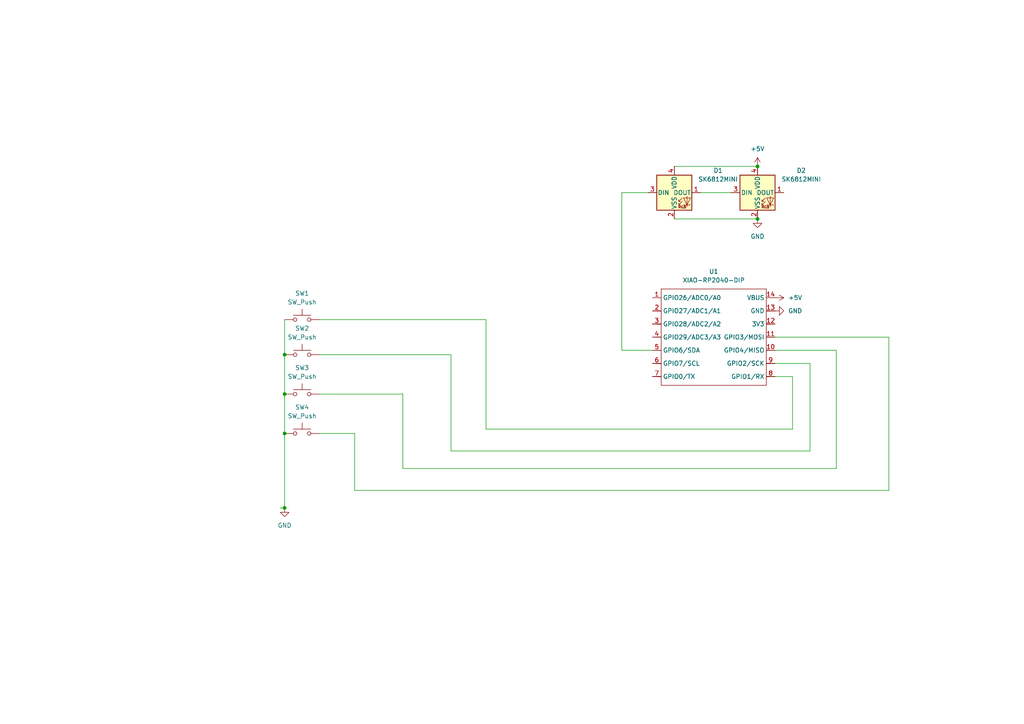
<source format=kicad_sch>
(kicad_sch (version 20250114) (generator "eeschema") (generator_version "9.0")
  (paper "A4")
  (lib_symbols
    (symbol "LED:SK6812MINI" (pin_names (offset 0.254))
      (property "Reference" "D" (at 5.08 5.715 0))
      (property "Value" "SK6812MINI" (at 1.27 -5.715 0))
      (symbol "SK6812MINI_0_0"
        (text "RGB" (at 2.286 -4.191 0) (effects (font (size 0.762 0.762))))
      )
      (symbol "SK6812MINI_0_1"
        (polyline (pts (xy 1.27 -2.54) (xy 1.778 -2.54)))
        (polyline (pts (xy 1.27 -3.556) (xy 1.778 -3.556)))
        (polyline (pts (xy 2.286 -1.524) (xy 1.27 -2.54) (xy 1.27 -2.032)))
        (polyline (pts (xy 2.286 -2.54) (xy 1.27 -3.556) (xy 1.27 -3.048)))
        (polyline (pts (xy 3.683 -1.016) (xy 3.683 -3.556) (xy 3.683 -4.064)))
        (polyline (pts (xy 4.699 -1.524) (xy 2.667 -1.524) (xy 3.683 -3.556) (xy 4.699 -1.524)))
        (polyline (pts (xy 4.699 -3.556) (xy 2.667 -3.556)))
        (rectangle (start 5.08 5.08) (end -5.08 -5.08) (stroke (width 0.254)) (fill (type background)))
      )
      (symbol "SK6812MINI_1_1"
        (pin input line (at -7.62 0 0) (length 2.54) (name "DIN") (number "3"))
        (pin power_in line (at 0 7.62 270) (length 2.54) (name "VDD") (number "4"))
        (pin power_in line (at 0 -7.62 90) (length 2.54) (name "VSS") (number "2"))
        (pin output line (at 7.62 0 180) (length 2.54) (name "DOUT") (number "1"))
      )
    )
    (symbol "OPL:XIAO-RP2040-DIP"
      (property "Reference" "U" (at 0 0 0))
      (property "Value" "XIAO-RP2040-DIP" (at 5.334 -1.778 0))
      (symbol "XIAO-RP2040-DIP_1_0"
        (polyline (pts (xy -1.27 -2.54) (xy 29.21 -2.54)) (stroke (width 0.1524)))
        (polyline (pts (xy -1.27 -5.08) (xy -2.54 -5.08)) (stroke (width 0.1524)))
        (polyline (pts (xy -1.27 -5.08) (xy -1.27 -2.54)) (stroke (width 0.1524)))
        (polyline (pts (xy -1.27 -8.89) (xy -2.54 -8.89)) (stroke (width 0.1524)))
        (polyline (pts (xy -1.27 -8.89) (xy -1.27 -5.08)) (stroke (width 0.1524)))
        (polyline (pts (xy -1.27 -12.7) (xy -2.54 -12.7)) (stroke (width 0.1524)))
        (polyline (pts (xy -1.27 -12.7) (xy -1.27 -8.89)) (stroke (width 0.1524)))
        (polyline (pts (xy -1.27 -16.51) (xy -2.54 -16.51)) (stroke (width 0.1524)))
        (polyline (pts (xy -1.27 -16.51) (xy -1.27 -12.7)) (stroke (width 0.1524)))
        (polyline (pts (xy -1.27 -20.32) (xy -2.54 -20.32)) (stroke (width 0.1524)))
        (polyline (pts (xy -1.27 -24.13) (xy -2.54 -24.13)) (stroke (width 0.1524)))
        (polyline (pts (xy -1.27 -27.94) (xy -2.54 -27.94)) (stroke (width 0.1524)))
        (polyline (pts (xy -1.27 -30.48) (xy -1.27 -16.51)) (stroke (width 0.1524)))
        (polyline (pts (xy 29.21 -2.54) (xy 29.21 -5.08)) (stroke (width 0.1524)))
        (polyline (pts (xy 29.21 -5.08) (xy 29.21 -8.89)) (stroke (width 0.1524)))
        (polyline (pts (xy 29.21 -8.89) (xy 29.21 -12.7)) (stroke (width 0.1524)))
        (polyline (pts (xy 29.21 -12.7) (xy 29.21 -30.48)) (stroke (width 0.1524)))
        (polyline (pts (xy 29.21 -30.48) (xy -1.27 -30.48)) (stroke (width 0.1524)))
        (polyline (pts (xy 30.48 -5.08) (xy 29.21 -5.08)) (stroke (width 0.1524)))
        (polyline (pts (xy 30.48 -8.89) (xy 29.21 -8.89)) (stroke (width 0.1524)))
        (polyline (pts (xy 30.48 -12.7) (xy 29.21 -12.7)) (stroke (width 0.1524)))
        (polyline (pts (xy 30.48 -16.51) (xy 29.21 -16.51)) (stroke (width 0.1524)))
        (polyline (pts (xy 30.48 -20.32) (xy 29.21 -20.32)) (stroke (width 0.1524)))
        (polyline (pts (xy 30.48 -24.13) (xy 29.21 -24.13)) (stroke (width 0.1524)))
        (polyline (pts (xy 30.48 -27.94) (xy 29.21 -27.94)) (stroke (width 0.1524)))
        (pin passive line (at -3.81 -5.08 0) (length 2.54) (name "GPIO26/ADC0/A0") (number "1"))
        (pin passive line (at -3.81 -8.89 0) (length 2.54) (name "GPIO27/ADC1/A1") (number "2"))
        (pin passive line (at -3.81 -12.7 0) (length 2.54) (name "GPIO28/ADC2/A2") (number "3"))
        (pin passive line (at -3.81 -16.51 0) (length 2.54) (name "GPIO29/ADC3/A3") (number "4"))
        (pin passive line (at -3.81 -20.32 0) (length 2.54) (name "GPIO6/SDA") (number "5"))
        (pin passive line (at -3.81 -24.13 0) (length 2.54) (name "GPIO7/SCL") (number "6"))
        (pin passive line (at -3.81 -27.94 0) (length 2.54) (name "GPIO0/TX") (number "7"))
        (pin passive line (at 31.75 -5.08 180) (length 2.54) (name "VBUS") (number "14"))
        (pin passive line (at 31.75 -8.89 180) (length 2.54) (name "GND") (number "13"))
        (pin passive line (at 31.75 -12.7 180) (length 2.54) (name "3V3") (number "12"))
        (pin passive line (at 31.75 -16.51 180) (length 2.54) (name "GPIO3/MOSI") (number "11"))
        (pin passive line (at 31.75 -20.32 180) (length 2.54) (name "GPIO4/MISO") (number "10"))
        (pin passive line (at 31.75 -24.13 180) (length 2.54) (name "GPIO2/SCK") (number "9"))
        (pin passive line (at 31.75 -27.94 180) (length 2.54) (name "GPIO1/RX") (number "8"))
      )
    )
    (symbol "Switch:SW_Push" (pin_numbers (hide yes)) (pin_names (offset 1.016) (hide yes))
      (property "Reference" "SW" (at 1.27 2.54 0))
      (property "Value" "SW_Push" (at 0 -1.524 0))
      (symbol "SW_Push_0_1"
        (circle (center -2.032 0) (radius 0.508))
        (polyline (pts (xy 0 1.27) (xy 0 3.048)))
        (circle (center 2.032 0) (radius 0.508))
        (polyline (pts (xy 2.54 1.27) (xy -2.54 1.27)))
        (pin passive line (at -5.08 0 0) (length 2.54) (name "1") (number "1"))
        (pin passive line (at 5.08 0 180) (length 2.54) (name "2") (number "2"))
      )
    )
    (symbol "power:+5V" (power) (pin_numbers (hide yes)) (pin_names (offset 0) (hide yes))
      (property "Value" "+5V" (at 0 3.556 0))
      (symbol "+5V_0_1"
        (polyline (pts (xy -0.762 1.27) (xy 0 2.54)))
        (polyline (pts (xy 0 2.54) (xy 0.762 1.27)))
        (polyline (pts (xy 0 0) (xy 0 2.54)))
      )
      (symbol "+5V_1_1"
        (pin power_in line (at 0 0 90) (length 0) (name "~") (number "1"))
      )
    )
    (symbol "power:GND" (power) (pin_numbers (hide yes)) (pin_names (offset 0) (hide yes))
      (property "Value" "GND" (at 0 -3.81 0))
      (symbol "GND_0_1"
        (polyline (pts (xy 0 0) (xy 0 -1.27) (xy 1.27 -1.27) (xy 0 -2.54) (xy -1.27 -1.27) (xy 0 -1.27)))
      )
      (symbol "GND_1_1"
        (pin power_in line (at 0 0 270) (length 0) (name "~") (number "1"))
      )
    )
  )
  (junction (at 82.55 114.3))
  (junction (at 82.55 147.32))
  (junction (at 219.71 48.26))
  (junction (at 82.55 102.87))
  (junction (at 219.71 63.5))
  (junction (at 82.55 125.73))
  (wire (pts (xy 130.81 102.87) (xy 130.81 130.81)))
  (wire (pts (xy 102.87 125.73) (xy 92.71 125.73)))
  (wire (pts (xy 195.58 48.26) (xy 219.71 48.26)))
  (wire (pts (xy 187.96 55.88) (xy 180.34 55.88)))
  (wire (pts (xy 203.2 55.88) (xy 212.09 55.88)))
  (wire (pts (xy 257.81 97.79) (xy 224.79 97.79)))
  (wire (pts (xy 140.97 92.71) (xy 140.97 124.46)))
  (wire (pts (xy 180.34 55.88) (xy 180.34 101.6)))
  (wire (pts (xy 242.57 135.89) (xy 242.57 101.6)))
  (wire (pts (xy 92.71 92.71) (xy 140.97 92.71)))
  (wire (pts (xy 82.55 114.3) (xy 82.55 125.73)))
  (wire (pts (xy 82.55 92.71) (xy 82.55 102.87)))
  (wire (pts (xy 130.81 130.81) (xy 234.95 130.81)))
  (wire (pts (xy 224.79 101.6) (xy 242.57 101.6)))
  (wire (pts (xy 116.84 135.89) (xy 242.57 135.89)))
  (wire (pts (xy 195.58 63.5) (xy 219.71 63.5)))
  (wire (pts (xy 82.55 125.73) (xy 82.55 147.32)))
  (wire (pts (xy 229.87 124.46) (xy 229.87 109.22)))
  (wire (pts (xy 224.79 105.41) (xy 234.95 105.41)))
  (wire (pts (xy 102.87 142.24) (xy 257.81 142.24)))
  (wire (pts (xy 92.71 114.3) (xy 116.84 114.3)))
  (wire (pts (xy 257.81 142.24) (xy 257.81 97.79)))
  (wire (pts (xy 140.97 124.46) (xy 229.87 124.46)))
  (wire (pts (xy 234.95 130.81) (xy 234.95 105.41)))
  (wire (pts (xy 180.34 101.6) (xy 189.23 101.6)))
  (wire (pts (xy 81.28 147.32) (xy 82.55 147.32)))
  (wire (pts (xy 92.71 102.87) (xy 130.81 102.87)))
  (wire (pts (xy 102.87 125.73) (xy 102.87 142.24)))
  (wire (pts (xy 82.55 102.87) (xy 82.55 114.3)))
  (wire (pts (xy 229.87 109.22) (xy 224.79 109.22)))
  (wire (pts (xy 116.84 114.3) (xy 116.84 135.89)))
  (symbol (lib_id "power:GND") (at 219.71 63.5 0) (unit 1)
    (property "Reference" "#PWR05" (effects (hide yes)))
    (property "Value" "GND" (at 219.71 68.58 0))
    (property "Description" "Power symbol creates a global label with name \"GND\" , ground" (effects (hide yes)))
  )
  (symbol (lib_id "Switch:SW_Push") (at 87.63 125.73 0) (unit 1)
    (property "Reference" "SW4" (at 87.63 118.11 0))
    (property "Value" "SW_Push" (at 87.63 120.65 0))
    (property "Footprint" "Button_Switch_Keyboard:SW_Cherry_MX_1.00u_PCB" (effects (hide yes)))
    (property "Description" "Push button switch, generic, two pins" (effects (hide yes)))
  )
  (symbol (lib_id "LED:SK6812MINI") (at 195.58 55.88 0) (unit 1)
    (property "Reference" "D1" (at 208.28 49.4598 0))
    (property "Value" "SK6812MINI" (at 208.28 51.9998 0))
    (property "Footprint" "LED_SMD:LED_SK6812MINI_PLCC4_3.5x3.5mm_P1.75mm" (effects (hide yes)))
    (property "Datasheet" "https://cdn-shop.adafruit.com/product-files/2686/SK6812MINI_REV.01-1-2.pdf" (effects (hide yes)))
    (property "Description" "RGB LED with integrated controller" (effects (hide yes)))
  )
  (symbol (lib_id "LED:SK6812MINI") (at 219.71 55.88 0) (unit 1)
    (property "Reference" "D2" (at 232.41 49.4598 0))
    (property "Value" "SK6812MINI" (at 232.41 51.9998 0))
    (property "Footprint" "LED_SMD:LED_SK6812MINI_PLCC4_3.5x3.5mm_P1.75mm" (effects (hide yes)))
    (property "Datasheet" "https://cdn-shop.adafruit.com/product-files/2686/SK6812MINI_REV.01-1-2.pdf" (effects (hide yes)))
    (property "Description" "RGB LED with integrated controller" (effects (hide yes)))
  )
  (symbol (lib_id "power:GND") (at 224.79 90.17 90) (unit 1)
    (property "Reference" "#PWR03" (effects (hide yes)))
    (property "Value" "GND" (at 228.6 90.1699 90) (effects (justify right)))
    (property "Description" "Power symbol creates a global label with name \"GND\" , ground" (effects (hide yes)))
  )
  (symbol (lib_id "power:+5V") (at 219.71 48.26 0) (unit 1)
    (property "Reference" "#PWR01" (effects (hide yes)))
    (property "Value" "+5V" (at 219.71 43.18 0))
    (property "Description" "Power symbol creates a global label with name \"+5V\"" (effects (hide yes)))
  )
  (symbol (lib_id "Switch:SW_Push") (at 87.63 92.71 0) (unit 1)
    (property "Reference" "SW1" (at 87.63 85.09 0))
    (property "Value" "SW_Push" (at 87.63 87.63 0))
    (property "Footprint" "Button_Switch_Keyboard:SW_Cherry_MX_1.00u_PCB" (effects (hide yes)))
    (property "Description" "Push button switch, generic, two pins" (effects (hide yes)))
  )
  (symbol (lib_id "OPL:XIAO-RP2040-DIP") (at 193.04 81.28 0) (unit 1)
    (property "Reference" "U1" (at 207.01 78.74 0))
    (property "Value" "XIAO-RP2040-DIP" (at 207.01 81.28 0))
    (property "Footprint" "OPL:XIAO-RP2040-DIP" (effects (hide yes)))
  )
  (symbol (lib_id "power:+5V") (at 224.79 86.36 270) (unit 1)
    (property "Reference" "#PWR02" (effects (hide yes)))
    (property "Value" "+5V" (at 228.6 86.3599 90) (effects (justify left)))
    (property "Description" "Power symbol creates a global label with name \"+5V\"" (effects (hide yes)))
  )
  (symbol (lib_id "power:GND") (at 82.55 147.32 0) (unit 1)
    (property "Reference" "#PWR04" (effects (hide yes)))
    (property "Value" "GND" (at 82.55 152.4 0))
    (property "Description" "Power symbol creates a global label with name \"GND\" , ground" (effects (hide yes)))
  )
  (symbol (lib_id "Switch:SW_Push") (at 87.63 102.87 0) (unit 1)
    (property "Reference" "SW2" (at 87.63 95.25 0))
    (property "Value" "SW_Push" (at 87.63 97.79 0))
    (property "Footprint" "Button_Switch_Keyboard:SW_Cherry_MX_1.00u_PCB" (effects (hide yes)))
    (property "Description" "Push button switch, generic, two pins" (effects (hide yes)))
  )
  (symbol (lib_id "Switch:SW_Push") (at 87.63 114.3 0) (unit 1)
    (property "Reference" "SW3" (at 87.63 106.68 0))
    (property "Value" "SW_Push" (at 87.63 109.22 0))
    (property "Footprint" "Button_Switch_Keyboard:SW_Cherry_MX_1.00u_PCB" (effects (hide yes)))
    (property "Description" "Push button switch, generic, two pins" (effects (hide yes)))
  )
)
</source>
